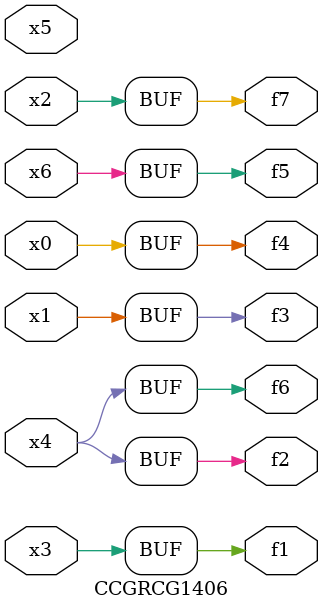
<source format=v>
module CCGRCG1406(
	input x0, x1, x2, x3, x4, x5, x6,
	output f1, f2, f3, f4, f5, f6, f7
);
	assign f1 = x3;
	assign f2 = x4;
	assign f3 = x1;
	assign f4 = x0;
	assign f5 = x6;
	assign f6 = x4;
	assign f7 = x2;
endmodule

</source>
